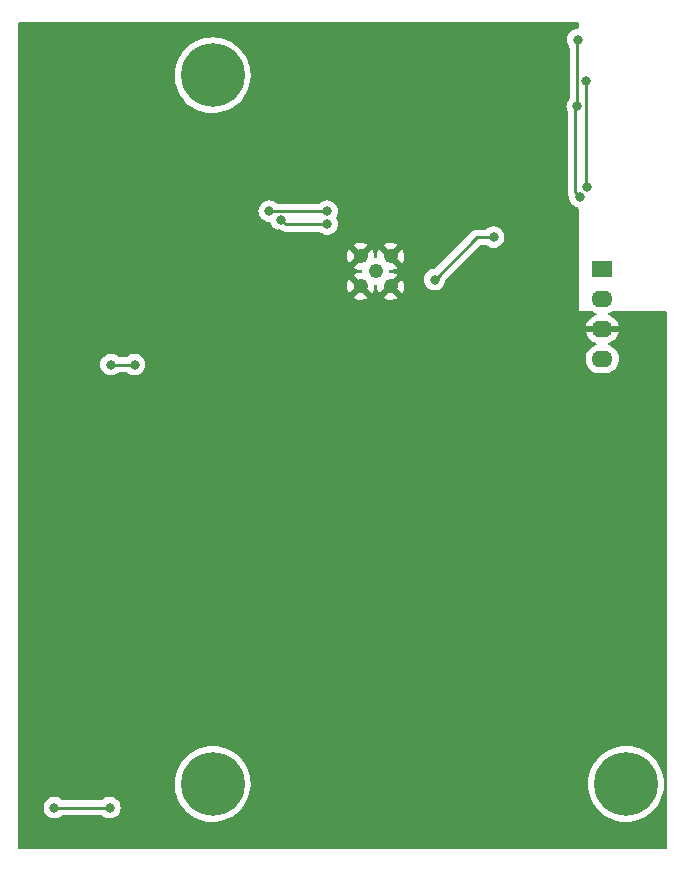
<source format=gbr>
%TF.GenerationSoftware,KiCad,Pcbnew,(6.0.4-0)*%
%TF.CreationDate,2022-09-09T16:16:13-06:00*%
%TF.ProjectId,i2c_mux,6932635f-6d75-4782-9e6b-696361645f70,rev?*%
%TF.SameCoordinates,Original*%
%TF.FileFunction,Copper,L2,Bot*%
%TF.FilePolarity,Positive*%
%FSLAX46Y46*%
G04 Gerber Fmt 4.6, Leading zero omitted, Abs format (unit mm)*
G04 Created by KiCad (PCBNEW (6.0.4-0)) date 2022-09-09 16:16:13*
%MOMM*%
%LPD*%
G01*
G04 APERTURE LIST*
%TA.AperFunction,ComponentPad*%
%ADD10C,5.400000*%
%TD*%
%TA.AperFunction,ComponentPad*%
%ADD11C,1.240000*%
%TD*%
%TA.AperFunction,ComponentPad*%
%ADD12R,1.800000X1.400000*%
%TD*%
%TA.AperFunction,ComponentPad*%
%ADD13O,1.800000X1.400000*%
%TD*%
%TA.AperFunction,ViaPad*%
%ADD14C,0.800000*%
%TD*%
%TA.AperFunction,Conductor*%
%ADD15C,0.250000*%
%TD*%
G04 APERTURE END LIST*
D10*
%TO.P,H3,1*%
%TO.N,N/C*%
X140000000Y-125000000D03*
%TD*%
D11*
%TO.P,J11,1,In*%
%TO.N,VCC*%
X118800000Y-81600000D03*
%TO.P,J11,2,Ext*%
%TO.N,GND*%
X117530000Y-80330000D03*
X120070000Y-82870000D03*
X120070000Y-80330000D03*
X117530000Y-82870000D03*
%TD*%
D12*
%TO.P,PS1,1,-Vin*%
%TO.N,GNDPWR*%
X138000000Y-81400000D03*
D13*
%TO.P,PS1,2,+Vin*%
%TO.N,Net-(L1-Pad1)*%
X138000000Y-83940000D03*
%TO.P,PS1,3,0V*%
%TO.N,GND*%
X138000000Y-86480000D03*
%TO.P,PS1,4,+Vout*%
%TO.N,Net-(C3-Pad1)*%
X138000000Y-89020000D03*
%TD*%
D10*
%TO.P,H1,1*%
%TO.N,N/C*%
X105000000Y-65000000D03*
%TD*%
%TO.P,H2,1*%
%TO.N,N/C*%
X105000000Y-125000000D03*
%TD*%
D14*
%TO.N,VCC*%
X128800000Y-78700000D03*
X123800000Y-82300000D03*
%TO.N,GND*%
X105600000Y-77800000D03*
X94700000Y-89300000D03*
X94500000Y-71400000D03*
X94700000Y-125000000D03*
X94700000Y-98200000D03*
X94700000Y-107100000D03*
X101262299Y-76637701D03*
X94700000Y-116100000D03*
X108500000Y-71300000D03*
X94500000Y-80300000D03*
X110600000Y-78400000D03*
X101200000Y-75800000D03*
X94500000Y-62500000D03*
%TO.N,Net-(J1-Pad3)*%
X96300000Y-127000000D03*
X91600000Y-127000000D03*
%TO.N,Net-(J2-Pad3)*%
X96400000Y-89500000D03*
X98400000Y-89500000D03*
%TO.N,GNDPWR*%
X135875000Y-67600000D03*
X136100000Y-75300000D03*
X135900000Y-62000000D03*
%TO.N,VD*%
X136600000Y-65500000D03*
X136700000Y-74500000D03*
%TO.N,/Sheet626DA5AD/sda*%
X109800000Y-76500000D03*
X114700000Y-76500000D03*
%TO.N,/Sheet626DA5AD/scl*%
X110800000Y-77224500D03*
X114700000Y-77600000D03*
%TD*%
D15*
%TO.N,VCC*%
X123800000Y-82300000D02*
X127400000Y-78700000D01*
X127400000Y-78700000D02*
X128800000Y-78700000D01*
%TO.N,GND*%
X94700000Y-98200000D02*
X94700000Y-107100000D01*
X94700000Y-125000000D02*
X94700000Y-116100000D01*
X94500000Y-71400000D02*
X94500000Y-80300000D01*
X94700000Y-107100000D02*
X94700000Y-116100000D01*
X94700000Y-89300000D02*
X94700000Y-98200000D01*
X94500000Y-80300000D02*
X94500000Y-89100000D01*
X94500000Y-62500000D02*
X94500000Y-71400000D01*
X94500000Y-89100000D02*
X94700000Y-89300000D01*
%TO.N,Net-(J1-Pad3)*%
X96300000Y-127000000D02*
X91600000Y-127000000D01*
%TO.N,Net-(J2-Pad3)*%
X98400000Y-89500000D02*
X96400000Y-89500000D01*
%TO.N,GNDPWR*%
X136100000Y-75300000D02*
X135700001Y-74900001D01*
X135700001Y-67774999D02*
X135875000Y-67600000D01*
X135875000Y-67600000D02*
X135875000Y-62025000D01*
X135875000Y-62025000D02*
X135900000Y-62000000D01*
X135700001Y-74900001D02*
X135700001Y-67774999D01*
%TO.N,VD*%
X136600000Y-65500000D02*
X136600000Y-74400000D01*
X136600000Y-74400000D02*
X136700000Y-74500000D01*
%TO.N,/Sheet626DA5AD/sda*%
X109800000Y-76500000D02*
X114700000Y-76500000D01*
%TO.N,/Sheet626DA5AD/scl*%
X111175500Y-77600000D02*
X114700000Y-77600000D01*
X110800000Y-77224500D02*
X111175500Y-77600000D01*
%TD*%
%TA.AperFunction,Conductor*%
%TO.N,GND*%
G36*
X135942121Y-60528502D02*
G01*
X135988614Y-60582158D01*
X136000000Y-60634500D01*
X136000000Y-60965500D01*
X135979998Y-61033621D01*
X135926342Y-61080114D01*
X135874000Y-61091500D01*
X135804513Y-61091500D01*
X135798061Y-61092872D01*
X135798056Y-61092872D01*
X135711112Y-61111353D01*
X135617712Y-61131206D01*
X135611682Y-61133891D01*
X135611681Y-61133891D01*
X135449278Y-61206197D01*
X135449276Y-61206198D01*
X135443248Y-61208882D01*
X135288747Y-61321134D01*
X135160960Y-61463056D01*
X135065473Y-61628444D01*
X135006458Y-61810072D01*
X135005768Y-61816633D01*
X135005768Y-61816635D01*
X135000017Y-61871350D01*
X134986496Y-62000000D01*
X135006458Y-62189928D01*
X135065473Y-62371556D01*
X135160960Y-62536944D01*
X135165378Y-62541851D01*
X135165379Y-62541852D01*
X135209136Y-62590449D01*
X135239854Y-62654456D01*
X135241500Y-62674759D01*
X135241500Y-66897476D01*
X135221498Y-66965597D01*
X135209142Y-66981779D01*
X135135960Y-67063056D01*
X135040473Y-67228444D01*
X134981458Y-67410072D01*
X134980768Y-67416633D01*
X134980768Y-67416635D01*
X134974300Y-67478173D01*
X134961496Y-67600000D01*
X134962186Y-67606565D01*
X134978139Y-67758345D01*
X134981458Y-67789928D01*
X135040473Y-67971556D01*
X135043776Y-67977278D01*
X135043777Y-67977279D01*
X135049620Y-67987399D01*
X135066501Y-68050399D01*
X135066501Y-74821234D01*
X135065974Y-74832417D01*
X135064299Y-74839910D01*
X135064548Y-74847836D01*
X135064548Y-74847837D01*
X135066439Y-74907987D01*
X135066501Y-74911946D01*
X135066501Y-74939857D01*
X135066998Y-74943791D01*
X135066998Y-74943792D01*
X135067006Y-74943857D01*
X135067939Y-74955694D01*
X135069328Y-74999890D01*
X135074979Y-75019340D01*
X135078988Y-75038701D01*
X135081527Y-75058798D01*
X135084446Y-75066169D01*
X135084446Y-75066171D01*
X135097805Y-75099913D01*
X135101650Y-75111143D01*
X135113983Y-75153594D01*
X135118016Y-75160413D01*
X135118018Y-75160418D01*
X135124294Y-75171029D01*
X135132989Y-75188777D01*
X135140449Y-75207618D01*
X135145112Y-75214036D01*
X135163123Y-75238827D01*
X135183114Y-75300355D01*
X135186496Y-75300000D01*
X135206458Y-75489928D01*
X135265473Y-75671556D01*
X135360960Y-75836944D01*
X135488747Y-75978866D01*
X135643248Y-76091118D01*
X135649276Y-76093802D01*
X135649278Y-76093803D01*
X135741200Y-76134729D01*
X135817712Y-76168794D01*
X135893157Y-76184831D01*
X135900197Y-76186327D01*
X135962671Y-76220056D01*
X135996992Y-76282205D01*
X136000000Y-76309574D01*
X136000000Y-85000000D01*
X137179195Y-85000000D01*
X137238618Y-85017094D01*
X137239378Y-85015603D01*
X137244383Y-85018153D01*
X137249135Y-85021134D01*
X137415741Y-85088109D01*
X137430338Y-85093977D01*
X137486082Y-85137944D01*
X137509207Y-85205069D01*
X137492370Y-85274040D01*
X137440917Y-85322960D01*
X137416588Y-85332418D01*
X137382636Y-85341706D01*
X137372161Y-85345601D01*
X137187659Y-85433604D01*
X137178030Y-85439299D01*
X137012037Y-85558577D01*
X137003572Y-85565884D01*
X136861316Y-85712680D01*
X136854286Y-85721362D01*
X136740275Y-85891028D01*
X136734883Y-85900837D01*
X136652725Y-86087999D01*
X136649159Y-86098594D01*
X136622800Y-86208385D01*
X136623505Y-86222470D01*
X136632384Y-86226000D01*
X139367702Y-86226000D01*
X139381233Y-86222027D01*
X139382304Y-86214579D01*
X139324622Y-86027085D01*
X139320401Y-86016740D01*
X139226643Y-85835088D01*
X139220658Y-85825657D01*
X139096215Y-85663480D01*
X139088648Y-85655251D01*
X138937461Y-85517681D01*
X138928550Y-85510918D01*
X138755396Y-85402299D01*
X138745426Y-85397218D01*
X138569634Y-85326550D01*
X138513890Y-85282583D01*
X138490765Y-85215458D01*
X138507602Y-85146487D01*
X138559055Y-85097567D01*
X138583383Y-85088109D01*
X138617535Y-85078766D01*
X138617536Y-85078766D01*
X138622952Y-85077284D01*
X138759247Y-85012274D01*
X138813492Y-85000000D01*
X143365500Y-85000000D01*
X143433621Y-85020002D01*
X143480114Y-85073658D01*
X143491500Y-85126000D01*
X143491500Y-130365500D01*
X143471498Y-130433621D01*
X143417842Y-130480114D01*
X143365500Y-130491500D01*
X88634500Y-130491500D01*
X88566379Y-130471498D01*
X88519886Y-130417842D01*
X88508500Y-130365500D01*
X88508500Y-127000000D01*
X90686496Y-127000000D01*
X90706458Y-127189928D01*
X90765473Y-127371556D01*
X90860960Y-127536944D01*
X90988747Y-127678866D01*
X91143248Y-127791118D01*
X91149276Y-127793802D01*
X91149278Y-127793803D01*
X91311681Y-127866109D01*
X91317712Y-127868794D01*
X91411112Y-127888647D01*
X91498056Y-127907128D01*
X91498061Y-127907128D01*
X91504513Y-127908500D01*
X91695487Y-127908500D01*
X91701939Y-127907128D01*
X91701944Y-127907128D01*
X91788888Y-127888647D01*
X91882288Y-127868794D01*
X91888319Y-127866109D01*
X92050722Y-127793803D01*
X92050724Y-127793802D01*
X92056752Y-127791118D01*
X92211253Y-127678866D01*
X92215668Y-127673963D01*
X92220580Y-127669540D01*
X92221705Y-127670789D01*
X92275014Y-127637949D01*
X92308200Y-127633500D01*
X95591800Y-127633500D01*
X95659921Y-127653502D01*
X95679147Y-127669843D01*
X95679420Y-127669540D01*
X95684332Y-127673963D01*
X95688747Y-127678866D01*
X95843248Y-127791118D01*
X95849276Y-127793802D01*
X95849278Y-127793803D01*
X96011681Y-127866109D01*
X96017712Y-127868794D01*
X96111112Y-127888647D01*
X96198056Y-127907128D01*
X96198061Y-127907128D01*
X96204513Y-127908500D01*
X96395487Y-127908500D01*
X96401939Y-127907128D01*
X96401944Y-127907128D01*
X96488888Y-127888647D01*
X96582288Y-127868794D01*
X96588319Y-127866109D01*
X96750722Y-127793803D01*
X96750724Y-127793802D01*
X96756752Y-127791118D01*
X96911253Y-127678866D01*
X97039040Y-127536944D01*
X97134527Y-127371556D01*
X97193542Y-127189928D01*
X97213504Y-127000000D01*
X97193542Y-126810072D01*
X97134527Y-126628444D01*
X97039040Y-126463056D01*
X96938190Y-126351050D01*
X96915675Y-126326045D01*
X96915674Y-126326044D01*
X96911253Y-126321134D01*
X96756752Y-126208882D01*
X96750724Y-126206198D01*
X96750722Y-126206197D01*
X96588319Y-126133891D01*
X96588318Y-126133891D01*
X96582288Y-126131206D01*
X96488887Y-126111353D01*
X96401944Y-126092872D01*
X96401939Y-126092872D01*
X96395487Y-126091500D01*
X96204513Y-126091500D01*
X96198061Y-126092872D01*
X96198056Y-126092872D01*
X96111113Y-126111353D01*
X96017712Y-126131206D01*
X96011682Y-126133891D01*
X96011681Y-126133891D01*
X95849278Y-126206197D01*
X95849276Y-126206198D01*
X95843248Y-126208882D01*
X95688747Y-126321134D01*
X95684332Y-126326037D01*
X95679420Y-126330460D01*
X95678295Y-126329211D01*
X95624986Y-126362051D01*
X95591800Y-126366500D01*
X92308200Y-126366500D01*
X92240079Y-126346498D01*
X92220853Y-126330157D01*
X92220580Y-126330460D01*
X92215668Y-126326037D01*
X92211253Y-126321134D01*
X92056752Y-126208882D01*
X92050724Y-126206198D01*
X92050722Y-126206197D01*
X91888319Y-126133891D01*
X91888318Y-126133891D01*
X91882288Y-126131206D01*
X91788887Y-126111353D01*
X91701944Y-126092872D01*
X91701939Y-126092872D01*
X91695487Y-126091500D01*
X91504513Y-126091500D01*
X91498061Y-126092872D01*
X91498056Y-126092872D01*
X91411113Y-126111353D01*
X91317712Y-126131206D01*
X91311682Y-126133891D01*
X91311681Y-126133891D01*
X91149278Y-126206197D01*
X91149276Y-126206198D01*
X91143248Y-126208882D01*
X90988747Y-126321134D01*
X90984326Y-126326044D01*
X90984325Y-126326045D01*
X90961811Y-126351050D01*
X90860960Y-126463056D01*
X90765473Y-126628444D01*
X90706458Y-126810072D01*
X90686496Y-127000000D01*
X88508500Y-127000000D01*
X88508500Y-124955132D01*
X101786757Y-124955132D01*
X101801781Y-125313588D01*
X101856668Y-125668136D01*
X101950734Y-126014356D01*
X102002211Y-126144372D01*
X102072196Y-126321134D01*
X102082806Y-126347933D01*
X102084461Y-126351045D01*
X102084463Y-126351050D01*
X102092678Y-126366500D01*
X102251239Y-126664709D01*
X102253224Y-126667607D01*
X102253230Y-126667618D01*
X102451942Y-126957829D01*
X102451947Y-126957835D01*
X102453933Y-126960736D01*
X102688361Y-127232324D01*
X102951602Y-127476087D01*
X103240375Y-127688989D01*
X103551080Y-127868375D01*
X103634389Y-127904772D01*
X103876622Y-128010601D01*
X103876632Y-128010605D01*
X103879844Y-128012008D01*
X103883201Y-128013047D01*
X103883206Y-128013049D01*
X104018744Y-128055005D01*
X104222570Y-128118100D01*
X104574987Y-128185327D01*
X104771571Y-128200453D01*
X104929203Y-128212582D01*
X104929204Y-128212582D01*
X104932700Y-128212851D01*
X105150001Y-128205263D01*
X105287738Y-128200453D01*
X105287743Y-128200453D01*
X105291253Y-128200330D01*
X105294734Y-128199816D01*
X105642683Y-128148436D01*
X105642689Y-128148435D01*
X105646175Y-128147920D01*
X105649579Y-128147021D01*
X105649582Y-128147020D01*
X105989652Y-128057169D01*
X105989653Y-128057169D01*
X105993043Y-128056273D01*
X106327534Y-127926533D01*
X106645478Y-127760316D01*
X106942913Y-127559693D01*
X107216131Y-127327167D01*
X107351170Y-127183365D01*
X107459316Y-127068202D01*
X107459320Y-127068197D01*
X107461727Y-127065634D01*
X107463832Y-127062820D01*
X107463838Y-127062813D01*
X107674530Y-126781174D01*
X107676639Y-126778355D01*
X107858189Y-126468910D01*
X107860796Y-126463056D01*
X108002683Y-126144372D01*
X108004115Y-126141156D01*
X108112596Y-125799179D01*
X108182282Y-125447241D01*
X108212303Y-125089728D01*
X108213556Y-125000000D01*
X108211048Y-124955132D01*
X136786757Y-124955132D01*
X136801781Y-125313588D01*
X136856668Y-125668136D01*
X136950734Y-126014356D01*
X137002211Y-126144372D01*
X137072196Y-126321134D01*
X137082806Y-126347933D01*
X137084461Y-126351045D01*
X137084463Y-126351050D01*
X137092678Y-126366500D01*
X137251239Y-126664709D01*
X137253224Y-126667607D01*
X137253230Y-126667618D01*
X137451942Y-126957829D01*
X137451947Y-126957835D01*
X137453933Y-126960736D01*
X137688361Y-127232324D01*
X137951602Y-127476087D01*
X138240375Y-127688989D01*
X138551080Y-127868375D01*
X138634389Y-127904772D01*
X138876622Y-128010601D01*
X138876632Y-128010605D01*
X138879844Y-128012008D01*
X138883201Y-128013047D01*
X138883206Y-128013049D01*
X139018744Y-128055005D01*
X139222570Y-128118100D01*
X139574987Y-128185327D01*
X139771571Y-128200453D01*
X139929203Y-128212582D01*
X139929204Y-128212582D01*
X139932700Y-128212851D01*
X140150001Y-128205263D01*
X140287738Y-128200453D01*
X140287743Y-128200453D01*
X140291253Y-128200330D01*
X140294734Y-128199816D01*
X140642683Y-128148436D01*
X140642689Y-128148435D01*
X140646175Y-128147920D01*
X140649579Y-128147021D01*
X140649582Y-128147020D01*
X140989652Y-128057169D01*
X140989653Y-128057169D01*
X140993043Y-128056273D01*
X141327534Y-127926533D01*
X141645478Y-127760316D01*
X141942913Y-127559693D01*
X142216131Y-127327167D01*
X142351170Y-127183365D01*
X142459316Y-127068202D01*
X142459320Y-127068197D01*
X142461727Y-127065634D01*
X142463832Y-127062820D01*
X142463838Y-127062813D01*
X142674530Y-126781174D01*
X142676639Y-126778355D01*
X142858189Y-126468910D01*
X142860796Y-126463056D01*
X143002683Y-126144372D01*
X143004115Y-126141156D01*
X143112596Y-125799179D01*
X143182282Y-125447241D01*
X143212303Y-125089728D01*
X143213556Y-125000000D01*
X143193529Y-124641788D01*
X143186589Y-124600757D01*
X143134286Y-124291522D01*
X143134285Y-124291518D01*
X143133697Y-124288041D01*
X143034806Y-123943169D01*
X142986662Y-123826362D01*
X142899427Y-123614713D01*
X142899423Y-123614705D01*
X142898089Y-123611468D01*
X142725250Y-123297075D01*
X142518443Y-123003907D01*
X142280245Y-122735619D01*
X142013626Y-122495554D01*
X142010776Y-122493513D01*
X142010769Y-122493508D01*
X141724763Y-122288748D01*
X141724760Y-122288746D01*
X141721909Y-122286705D01*
X141408730Y-122111675D01*
X141077992Y-121972646D01*
X141074623Y-121971655D01*
X141074619Y-121971653D01*
X140922754Y-121926957D01*
X140733818Y-121871350D01*
X140450904Y-121821464D01*
X140383958Y-121809660D01*
X140383956Y-121809660D01*
X140380498Y-121809050D01*
X140376987Y-121808829D01*
X140376986Y-121808829D01*
X140025953Y-121786743D01*
X140025947Y-121786743D01*
X140022435Y-121786522D01*
X139921046Y-121791481D01*
X139667599Y-121803876D01*
X139667591Y-121803877D01*
X139664092Y-121804048D01*
X139660624Y-121804610D01*
X139660621Y-121804610D01*
X139313411Y-121860846D01*
X139313408Y-121860847D01*
X139309936Y-121861409D01*
X139306549Y-121862355D01*
X139306543Y-121862356D01*
X139022406Y-121941689D01*
X138964381Y-121957890D01*
X138798057Y-122025089D01*
X138634998Y-122090969D01*
X138634994Y-122090971D01*
X138631734Y-122092288D01*
X138628647Y-122093957D01*
X138628643Y-122093959D01*
X138592699Y-122113394D01*
X138316142Y-122262928D01*
X138021537Y-122467683D01*
X137751593Y-122704002D01*
X137509672Y-122968938D01*
X137298792Y-123259190D01*
X137121580Y-123571140D01*
X136980245Y-123900899D01*
X136876549Y-124244358D01*
X136811784Y-124597235D01*
X136786757Y-124955132D01*
X108211048Y-124955132D01*
X108193529Y-124641788D01*
X108186589Y-124600757D01*
X108134286Y-124291522D01*
X108134285Y-124291518D01*
X108133697Y-124288041D01*
X108034806Y-123943169D01*
X107986662Y-123826362D01*
X107899427Y-123614713D01*
X107899423Y-123614705D01*
X107898089Y-123611468D01*
X107725250Y-123297075D01*
X107518443Y-123003907D01*
X107280245Y-122735619D01*
X107013626Y-122495554D01*
X107010776Y-122493513D01*
X107010769Y-122493508D01*
X106724763Y-122288748D01*
X106724760Y-122288746D01*
X106721909Y-122286705D01*
X106408730Y-122111675D01*
X106077992Y-121972646D01*
X106074623Y-121971655D01*
X106074619Y-121971653D01*
X105922754Y-121926957D01*
X105733818Y-121871350D01*
X105450904Y-121821464D01*
X105383958Y-121809660D01*
X105383956Y-121809660D01*
X105380498Y-121809050D01*
X105376987Y-121808829D01*
X105376986Y-121808829D01*
X105025953Y-121786743D01*
X105025947Y-121786743D01*
X105022435Y-121786522D01*
X104921046Y-121791481D01*
X104667599Y-121803876D01*
X104667591Y-121803877D01*
X104664092Y-121804048D01*
X104660624Y-121804610D01*
X104660621Y-121804610D01*
X104313411Y-121860846D01*
X104313408Y-121860847D01*
X104309936Y-121861409D01*
X104306549Y-121862355D01*
X104306543Y-121862356D01*
X104022406Y-121941689D01*
X103964381Y-121957890D01*
X103798057Y-122025089D01*
X103634998Y-122090969D01*
X103634994Y-122090971D01*
X103631734Y-122092288D01*
X103628647Y-122093957D01*
X103628643Y-122093959D01*
X103592699Y-122113394D01*
X103316142Y-122262928D01*
X103021537Y-122467683D01*
X102751593Y-122704002D01*
X102509672Y-122968938D01*
X102298792Y-123259190D01*
X102121580Y-123571140D01*
X101980245Y-123900899D01*
X101876549Y-124244358D01*
X101811784Y-124597235D01*
X101786757Y-124955132D01*
X88508500Y-124955132D01*
X88508500Y-89500000D01*
X95486496Y-89500000D01*
X95506458Y-89689928D01*
X95565473Y-89871556D01*
X95660960Y-90036944D01*
X95665378Y-90041851D01*
X95665379Y-90041852D01*
X95770649Y-90158766D01*
X95788747Y-90178866D01*
X95943248Y-90291118D01*
X95949276Y-90293802D01*
X95949278Y-90293803D01*
X96111681Y-90366109D01*
X96117712Y-90368794D01*
X96211113Y-90388647D01*
X96298056Y-90407128D01*
X96298061Y-90407128D01*
X96304513Y-90408500D01*
X96495487Y-90408500D01*
X96501939Y-90407128D01*
X96501944Y-90407128D01*
X96588887Y-90388647D01*
X96682288Y-90368794D01*
X96688319Y-90366109D01*
X96850722Y-90293803D01*
X96850724Y-90293802D01*
X96856752Y-90291118D01*
X96943083Y-90228395D01*
X96989671Y-90194546D01*
X97011253Y-90178866D01*
X97015668Y-90173963D01*
X97020580Y-90169540D01*
X97021705Y-90170789D01*
X97075014Y-90137949D01*
X97108200Y-90133500D01*
X97691800Y-90133500D01*
X97759921Y-90153502D01*
X97779147Y-90169843D01*
X97779420Y-90169540D01*
X97784332Y-90173963D01*
X97788747Y-90178866D01*
X97810329Y-90194546D01*
X97856918Y-90228395D01*
X97943248Y-90291118D01*
X97949276Y-90293802D01*
X97949278Y-90293803D01*
X98111681Y-90366109D01*
X98117712Y-90368794D01*
X98211113Y-90388647D01*
X98298056Y-90407128D01*
X98298061Y-90407128D01*
X98304513Y-90408500D01*
X98495487Y-90408500D01*
X98501939Y-90407128D01*
X98501944Y-90407128D01*
X98588887Y-90388647D01*
X98682288Y-90368794D01*
X98688319Y-90366109D01*
X98850722Y-90293803D01*
X98850724Y-90293802D01*
X98856752Y-90291118D01*
X99011253Y-90178866D01*
X99029351Y-90158766D01*
X99134621Y-90041852D01*
X99134622Y-90041851D01*
X99139040Y-90036944D01*
X99234527Y-89871556D01*
X99293542Y-89689928D01*
X99313504Y-89500000D01*
X99293542Y-89310072D01*
X99234527Y-89128444D01*
X99193921Y-89058113D01*
X136587214Y-89058113D01*
X136613130Y-89272277D01*
X136614777Y-89277631D01*
X136614778Y-89277635D01*
X136652905Y-89401566D01*
X136676563Y-89478466D01*
X136775505Y-89670164D01*
X136795488Y-89696206D01*
X136903415Y-89836860D01*
X136903419Y-89836864D01*
X136906831Y-89841311D01*
X136968384Y-89897320D01*
X137062242Y-89982724D01*
X137062245Y-89982726D01*
X137066389Y-89986497D01*
X137071141Y-89989478D01*
X137244379Y-90098151D01*
X137244383Y-90098153D01*
X137249135Y-90101134D01*
X137449293Y-90181597D01*
X137660537Y-90225344D01*
X137665148Y-90225610D01*
X137665149Y-90225610D01*
X137713452Y-90228395D01*
X137713456Y-90228395D01*
X137715275Y-90228500D01*
X138254735Y-90228500D01*
X138257522Y-90228251D01*
X138257528Y-90228251D01*
X138324240Y-90222297D01*
X138414872Y-90214208D01*
X138577044Y-90169843D01*
X138617536Y-90158766D01*
X138617540Y-90158765D01*
X138622952Y-90157284D01*
X138817663Y-90064411D01*
X138992851Y-89938526D01*
X139142977Y-89783608D01*
X139263297Y-89604553D01*
X139350008Y-89407020D01*
X139400368Y-89197255D01*
X139412786Y-88981887D01*
X139386870Y-88767723D01*
X139323437Y-88561534D01*
X139224495Y-88369836D01*
X139173208Y-88302997D01*
X139096585Y-88203140D01*
X139096581Y-88203136D01*
X139093169Y-88198689D01*
X138986331Y-88101474D01*
X138937758Y-88057276D01*
X138937755Y-88057274D01*
X138933611Y-88053503D01*
X138928859Y-88050522D01*
X138755621Y-87941849D01*
X138755617Y-87941847D01*
X138750865Y-87938866D01*
X138569662Y-87866023D01*
X138513918Y-87822056D01*
X138490793Y-87754931D01*
X138507630Y-87685960D01*
X138559083Y-87637040D01*
X138583412Y-87627582D01*
X138617364Y-87618294D01*
X138627839Y-87614399D01*
X138812341Y-87526396D01*
X138821970Y-87520701D01*
X138987963Y-87401423D01*
X138996428Y-87394116D01*
X139138684Y-87247320D01*
X139145714Y-87238638D01*
X139259725Y-87068972D01*
X139265117Y-87059163D01*
X139347275Y-86872001D01*
X139350841Y-86861406D01*
X139377200Y-86751615D01*
X139376495Y-86737530D01*
X139367616Y-86734000D01*
X136632298Y-86734000D01*
X136618767Y-86737973D01*
X136617696Y-86745421D01*
X136675378Y-86932915D01*
X136679599Y-86943260D01*
X136773357Y-87124912D01*
X136779342Y-87134343D01*
X136903785Y-87296520D01*
X136911352Y-87304749D01*
X137062539Y-87442319D01*
X137071450Y-87449082D01*
X137244604Y-87557701D01*
X137254574Y-87562782D01*
X137430366Y-87633450D01*
X137486110Y-87677417D01*
X137509235Y-87744542D01*
X137492398Y-87813513D01*
X137440945Y-87862433D01*
X137416617Y-87871891D01*
X137382465Y-87881234D01*
X137377048Y-87882716D01*
X137182337Y-87975589D01*
X137007149Y-88101474D01*
X136857023Y-88256392D01*
X136736703Y-88435447D01*
X136649992Y-88632980D01*
X136617643Y-88767723D01*
X136605753Y-88817251D01*
X136599632Y-88842745D01*
X136587214Y-89058113D01*
X99193921Y-89058113D01*
X99139040Y-88963056D01*
X99011253Y-88821134D01*
X98856752Y-88708882D01*
X98850724Y-88706198D01*
X98850722Y-88706197D01*
X98688319Y-88633891D01*
X98688318Y-88633891D01*
X98682288Y-88631206D01*
X98588887Y-88611353D01*
X98501944Y-88592872D01*
X98501939Y-88592872D01*
X98495487Y-88591500D01*
X98304513Y-88591500D01*
X98298061Y-88592872D01*
X98298056Y-88592872D01*
X98211113Y-88611353D01*
X98117712Y-88631206D01*
X98111682Y-88633891D01*
X98111681Y-88633891D01*
X97949278Y-88706197D01*
X97949276Y-88706198D01*
X97943248Y-88708882D01*
X97937907Y-88712762D01*
X97937906Y-88712763D01*
X97810329Y-88805454D01*
X97788747Y-88821134D01*
X97784332Y-88826037D01*
X97779420Y-88830460D01*
X97778295Y-88829211D01*
X97724986Y-88862051D01*
X97691800Y-88866500D01*
X97108200Y-88866500D01*
X97040079Y-88846498D01*
X97020853Y-88830157D01*
X97020580Y-88830460D01*
X97015668Y-88826037D01*
X97011253Y-88821134D01*
X96989671Y-88805454D01*
X96862094Y-88712763D01*
X96862093Y-88712762D01*
X96856752Y-88708882D01*
X96850724Y-88706198D01*
X96850722Y-88706197D01*
X96688319Y-88633891D01*
X96688318Y-88633891D01*
X96682288Y-88631206D01*
X96588887Y-88611353D01*
X96501944Y-88592872D01*
X96501939Y-88592872D01*
X96495487Y-88591500D01*
X96304513Y-88591500D01*
X96298061Y-88592872D01*
X96298056Y-88592872D01*
X96211113Y-88611353D01*
X96117712Y-88631206D01*
X96111682Y-88633891D01*
X96111681Y-88633891D01*
X95949278Y-88706197D01*
X95949276Y-88706198D01*
X95943248Y-88708882D01*
X95788747Y-88821134D01*
X95660960Y-88963056D01*
X95565473Y-89128444D01*
X95506458Y-89310072D01*
X95486496Y-89500000D01*
X88508500Y-89500000D01*
X88508500Y-83825714D01*
X116938647Y-83825714D01*
X116948529Y-83838203D01*
X116984652Y-83862340D01*
X116994767Y-83867832D01*
X117174629Y-83945107D01*
X117185572Y-83948662D01*
X117376499Y-83991865D01*
X117387909Y-83993367D01*
X117583520Y-84001052D01*
X117595002Y-84000450D01*
X117788740Y-83972360D01*
X117799923Y-83969676D01*
X117985296Y-83906750D01*
X117995799Y-83902074D01*
X118112727Y-83836592D01*
X118122590Y-83826515D01*
X118122281Y-83825714D01*
X119478647Y-83825714D01*
X119488529Y-83838203D01*
X119524652Y-83862340D01*
X119534767Y-83867832D01*
X119714629Y-83945107D01*
X119725572Y-83948662D01*
X119916499Y-83991865D01*
X119927909Y-83993367D01*
X120123520Y-84001052D01*
X120135002Y-84000450D01*
X120328740Y-83972360D01*
X120339923Y-83969676D01*
X120525296Y-83906750D01*
X120535799Y-83902074D01*
X120652727Y-83836592D01*
X120662590Y-83826515D01*
X120659635Y-83818845D01*
X120082812Y-83242022D01*
X120068868Y-83234408D01*
X120067035Y-83234539D01*
X120060420Y-83238790D01*
X119484843Y-83814367D01*
X119478647Y-83825714D01*
X118122281Y-83825714D01*
X118119635Y-83818845D01*
X117542812Y-83242022D01*
X117528868Y-83234408D01*
X117527035Y-83234539D01*
X117520420Y-83238790D01*
X116944843Y-83814367D01*
X116938647Y-83825714D01*
X88508500Y-83825714D01*
X88508500Y-82846112D01*
X116397934Y-82846112D01*
X116410737Y-83041446D01*
X116412537Y-83052815D01*
X116460725Y-83242552D01*
X116464563Y-83253390D01*
X116546522Y-83431174D01*
X116552271Y-83441131D01*
X116561438Y-83454102D01*
X116572027Y-83462490D01*
X116585328Y-83455462D01*
X117157978Y-82882812D01*
X117165592Y-82868868D01*
X117165461Y-82867035D01*
X117161210Y-82860420D01*
X116583734Y-82282944D01*
X116571354Y-82276184D01*
X116565388Y-82280650D01*
X116486093Y-82431365D01*
X116481685Y-82442008D01*
X116423635Y-82628956D01*
X116421245Y-82640200D01*
X116398235Y-82834611D01*
X116397934Y-82846112D01*
X88508500Y-82846112D01*
X88508500Y-81914083D01*
X116938195Y-81914083D01*
X116941682Y-81922472D01*
X118474929Y-83455719D01*
X118487309Y-83462479D01*
X118493889Y-83457553D01*
X118562074Y-83335799D01*
X118566750Y-83325296D01*
X118629676Y-83139923D01*
X118632360Y-83128740D01*
X118660746Y-82932962D01*
X118661376Y-82925579D01*
X118662735Y-82873704D01*
X118662371Y-82862599D01*
X118663314Y-82862568D01*
X118676202Y-82796945D01*
X118725377Y-82745736D01*
X118792940Y-82729174D01*
X118796360Y-82729308D01*
X118817263Y-82730130D01*
X118884545Y-82752792D01*
X118928895Y-82808232D01*
X118938044Y-82847792D01*
X118950737Y-83041446D01*
X118952537Y-83052815D01*
X119000725Y-83242552D01*
X119004563Y-83253390D01*
X119086522Y-83431174D01*
X119092271Y-83441131D01*
X119101438Y-83454102D01*
X119112027Y-83462490D01*
X119125328Y-83455462D01*
X119709658Y-82871132D01*
X120434408Y-82871132D01*
X120434539Y-82872965D01*
X120438790Y-82879580D01*
X121014929Y-83455719D01*
X121027309Y-83462479D01*
X121033889Y-83457553D01*
X121102074Y-83335799D01*
X121106750Y-83325296D01*
X121169676Y-83139923D01*
X121172360Y-83128740D01*
X121200746Y-82932962D01*
X121201376Y-82925579D01*
X121202735Y-82873704D01*
X121202492Y-82866305D01*
X121184392Y-82669315D01*
X121182294Y-82657994D01*
X121129160Y-82469594D01*
X121125035Y-82458847D01*
X121046699Y-82300000D01*
X122886496Y-82300000D01*
X122906458Y-82489928D01*
X122965473Y-82671556D01*
X123060960Y-82836944D01*
X123065378Y-82841851D01*
X123065379Y-82841852D01*
X123102260Y-82882812D01*
X123188747Y-82978866D01*
X123343248Y-83091118D01*
X123349276Y-83093802D01*
X123349278Y-83093803D01*
X123452866Y-83139923D01*
X123517712Y-83168794D01*
X123611113Y-83188647D01*
X123698056Y-83207128D01*
X123698061Y-83207128D01*
X123704513Y-83208500D01*
X123895487Y-83208500D01*
X123901939Y-83207128D01*
X123901944Y-83207128D01*
X123988887Y-83188647D01*
X124082288Y-83168794D01*
X124147134Y-83139923D01*
X124250722Y-83093803D01*
X124250724Y-83093802D01*
X124256752Y-83091118D01*
X124411253Y-82978866D01*
X124497740Y-82882812D01*
X124534621Y-82841852D01*
X124534622Y-82841851D01*
X124539040Y-82836944D01*
X124634527Y-82671556D01*
X124693542Y-82489928D01*
X124710907Y-82324706D01*
X124737920Y-82259050D01*
X124747122Y-82248782D01*
X127625500Y-79370405D01*
X127687812Y-79336379D01*
X127714595Y-79333500D01*
X128091800Y-79333500D01*
X128159921Y-79353502D01*
X128179147Y-79369843D01*
X128179420Y-79369540D01*
X128184332Y-79373963D01*
X128188747Y-79378866D01*
X128343248Y-79491118D01*
X128349276Y-79493802D01*
X128349278Y-79493803D01*
X128511681Y-79566109D01*
X128517712Y-79568794D01*
X128611112Y-79588647D01*
X128698056Y-79607128D01*
X128698061Y-79607128D01*
X128704513Y-79608500D01*
X128895487Y-79608500D01*
X128901939Y-79607128D01*
X128901944Y-79607128D01*
X128988888Y-79588647D01*
X129082288Y-79568794D01*
X129088319Y-79566109D01*
X129250722Y-79493803D01*
X129250724Y-79493802D01*
X129256752Y-79491118D01*
X129411253Y-79378866D01*
X129415675Y-79373955D01*
X129534621Y-79241852D01*
X129534622Y-79241851D01*
X129539040Y-79236944D01*
X129634527Y-79071556D01*
X129693542Y-78889928D01*
X129713504Y-78700000D01*
X129693542Y-78510072D01*
X129634527Y-78328444D01*
X129539040Y-78163056D01*
X129529770Y-78152760D01*
X129415675Y-78026045D01*
X129415674Y-78026044D01*
X129411253Y-78021134D01*
X129256752Y-77908882D01*
X129250724Y-77906198D01*
X129250722Y-77906197D01*
X129088319Y-77833891D01*
X129088318Y-77833891D01*
X129082288Y-77831206D01*
X128988888Y-77811353D01*
X128901944Y-77792872D01*
X128901939Y-77792872D01*
X128895487Y-77791500D01*
X128704513Y-77791500D01*
X128698061Y-77792872D01*
X128698056Y-77792872D01*
X128611112Y-77811353D01*
X128517712Y-77831206D01*
X128511682Y-77833891D01*
X128511681Y-77833891D01*
X128349278Y-77906197D01*
X128349276Y-77906198D01*
X128343248Y-77908882D01*
X128337907Y-77912762D01*
X128337906Y-77912763D01*
X128256985Y-77971556D01*
X128188747Y-78021134D01*
X128184332Y-78026037D01*
X128179420Y-78030460D01*
X128178295Y-78029211D01*
X128124986Y-78062051D01*
X128091800Y-78066500D01*
X127478767Y-78066500D01*
X127467584Y-78065973D01*
X127460091Y-78064298D01*
X127452165Y-78064547D01*
X127452164Y-78064547D01*
X127392001Y-78066438D01*
X127388043Y-78066500D01*
X127360144Y-78066500D01*
X127356154Y-78067004D01*
X127344320Y-78067936D01*
X127300111Y-78069326D01*
X127292497Y-78071538D01*
X127292492Y-78071539D01*
X127280659Y-78074977D01*
X127261296Y-78078988D01*
X127241203Y-78081526D01*
X127233836Y-78084443D01*
X127233831Y-78084444D01*
X127200092Y-78097802D01*
X127188865Y-78101646D01*
X127146407Y-78113982D01*
X127139581Y-78118019D01*
X127128972Y-78124293D01*
X127111224Y-78132988D01*
X127092383Y-78140448D01*
X127085967Y-78145110D01*
X127085966Y-78145110D01*
X127056613Y-78166436D01*
X127046693Y-78172952D01*
X127015465Y-78191420D01*
X127015462Y-78191422D01*
X127008638Y-78195458D01*
X126994317Y-78209779D01*
X126979284Y-78222619D01*
X126962893Y-78234528D01*
X126957842Y-78240634D01*
X126934702Y-78268605D01*
X126926712Y-78277384D01*
X123849500Y-81354595D01*
X123787188Y-81388621D01*
X123760405Y-81391500D01*
X123704513Y-81391500D01*
X123698061Y-81392872D01*
X123698056Y-81392872D01*
X123611113Y-81411353D01*
X123517712Y-81431206D01*
X123511682Y-81433891D01*
X123511681Y-81433891D01*
X123349278Y-81506197D01*
X123349276Y-81506198D01*
X123343248Y-81508882D01*
X123337907Y-81512762D01*
X123337906Y-81512763D01*
X123287843Y-81549136D01*
X123188747Y-81621134D01*
X123184326Y-81626044D01*
X123184325Y-81626045D01*
X123138414Y-81677035D01*
X123060960Y-81763056D01*
X123013346Y-81845525D01*
X122978678Y-81905573D01*
X122965473Y-81928444D01*
X122906458Y-82110072D01*
X122905768Y-82116633D01*
X122905768Y-82116635D01*
X122891879Y-82248782D01*
X122886496Y-82300000D01*
X121046699Y-82300000D01*
X121038455Y-82283282D01*
X121037767Y-82282160D01*
X121029156Y-82275699D01*
X121016741Y-82282469D01*
X120442022Y-82857188D01*
X120434408Y-82871132D01*
X119709658Y-82871132D01*
X120654781Y-81926009D01*
X120661541Y-81913629D01*
X120655511Y-81905573D01*
X120589181Y-81863722D01*
X120578930Y-81858498D01*
X120397106Y-81785958D01*
X120386079Y-81782691D01*
X120194081Y-81744501D01*
X120182634Y-81743298D01*
X120057319Y-81741658D01*
X119989466Y-81720766D01*
X119943679Y-81666507D01*
X119933011Y-81612370D01*
X119933238Y-81603703D01*
X119933335Y-81600000D01*
X119932978Y-81596111D01*
X119932988Y-81596063D01*
X119932874Y-81592599D01*
X119933673Y-81592573D01*
X119946669Y-81526447D01*
X119995849Y-81475244D01*
X120063397Y-81458690D01*
X120123520Y-81461052D01*
X120135002Y-81460450D01*
X120328740Y-81432360D01*
X120339923Y-81429676D01*
X120525296Y-81366750D01*
X120535799Y-81362074D01*
X120652727Y-81296592D01*
X120662590Y-81286515D01*
X120659635Y-81278845D01*
X119711922Y-80331132D01*
X120434408Y-80331132D01*
X120434539Y-80332965D01*
X120438790Y-80339580D01*
X121014929Y-80915719D01*
X121027309Y-80922479D01*
X121033889Y-80917553D01*
X121102074Y-80795799D01*
X121106750Y-80785296D01*
X121169676Y-80599923D01*
X121172360Y-80588740D01*
X121200746Y-80392962D01*
X121201376Y-80385579D01*
X121202735Y-80333704D01*
X121202492Y-80326305D01*
X121184392Y-80129315D01*
X121182294Y-80117994D01*
X121129160Y-79929594D01*
X121125035Y-79918847D01*
X121038455Y-79743282D01*
X121037767Y-79742160D01*
X121029156Y-79735699D01*
X121016741Y-79742469D01*
X120442022Y-80317188D01*
X120434408Y-80331132D01*
X119711922Y-80331132D01*
X119123734Y-79742944D01*
X119111354Y-79736184D01*
X119105388Y-79740650D01*
X119026093Y-79891365D01*
X119021685Y-79902008D01*
X118963635Y-80088956D01*
X118961245Y-80100200D01*
X118938235Y-80294611D01*
X118937934Y-80306113D01*
X118939975Y-80337259D01*
X118924471Y-80406542D01*
X118873970Y-80456444D01*
X118812597Y-80471488D01*
X118811593Y-80471475D01*
X118786829Y-80471151D01*
X118718977Y-80450260D01*
X118673190Y-80396001D01*
X118662521Y-80341860D01*
X118662735Y-80333701D01*
X118662492Y-80326305D01*
X118644392Y-80129315D01*
X118642294Y-80117994D01*
X118589160Y-79929594D01*
X118585035Y-79918847D01*
X118498455Y-79743282D01*
X118497767Y-79742160D01*
X118489156Y-79735699D01*
X118476741Y-79742469D01*
X116944843Y-81274367D01*
X116938647Y-81285714D01*
X116948529Y-81298203D01*
X116984652Y-81322340D01*
X116994767Y-81327832D01*
X117174629Y-81405107D01*
X117185572Y-81408662D01*
X117376499Y-81451865D01*
X117387909Y-81453367D01*
X117546725Y-81459607D01*
X117614008Y-81482268D01*
X117658358Y-81537708D01*
X117667507Y-81577267D01*
X117669241Y-81603703D01*
X117669506Y-81607752D01*
X117654002Y-81677035D01*
X117603502Y-81726938D01*
X117542127Y-81741982D01*
X117446902Y-81740736D01*
X117435421Y-81741639D01*
X117242499Y-81774789D01*
X117231379Y-81777769D01*
X117047718Y-81845525D01*
X117037344Y-81850473D01*
X116947793Y-81903750D01*
X116938195Y-81914083D01*
X88508500Y-81914083D01*
X88508500Y-80306112D01*
X116397934Y-80306112D01*
X116410737Y-80501446D01*
X116412537Y-80512815D01*
X116460725Y-80702552D01*
X116464563Y-80713390D01*
X116546522Y-80891174D01*
X116552271Y-80901131D01*
X116561438Y-80914102D01*
X116572027Y-80922490D01*
X116585328Y-80915462D01*
X117157978Y-80342812D01*
X117165592Y-80328868D01*
X117165461Y-80327035D01*
X117161210Y-80320420D01*
X116583734Y-79742944D01*
X116571354Y-79736184D01*
X116565388Y-79740650D01*
X116486093Y-79891365D01*
X116481685Y-79902008D01*
X116423635Y-80088956D01*
X116421245Y-80100200D01*
X116398235Y-80294611D01*
X116397934Y-80306112D01*
X88508500Y-80306112D01*
X88508500Y-79374083D01*
X116938195Y-79374083D01*
X116941682Y-79382472D01*
X117517188Y-79957978D01*
X117531132Y-79965592D01*
X117532965Y-79965461D01*
X117539580Y-79961210D01*
X118114781Y-79386009D01*
X118121293Y-79374083D01*
X119478195Y-79374083D01*
X119481682Y-79382472D01*
X120057188Y-79957978D01*
X120071132Y-79965592D01*
X120072965Y-79965461D01*
X120079580Y-79961210D01*
X120654781Y-79386009D01*
X120661541Y-79373629D01*
X120655511Y-79365573D01*
X120589181Y-79323722D01*
X120578930Y-79318498D01*
X120397106Y-79245958D01*
X120386079Y-79242691D01*
X120194081Y-79204501D01*
X120182634Y-79203298D01*
X119986901Y-79200736D01*
X119975421Y-79201639D01*
X119782499Y-79234789D01*
X119771379Y-79237769D01*
X119587718Y-79305525D01*
X119577344Y-79310473D01*
X119487793Y-79363750D01*
X119478195Y-79374083D01*
X118121293Y-79374083D01*
X118121541Y-79373629D01*
X118115511Y-79365573D01*
X118049181Y-79323722D01*
X118038930Y-79318498D01*
X117857106Y-79245958D01*
X117846079Y-79242691D01*
X117654081Y-79204501D01*
X117642634Y-79203298D01*
X117446901Y-79200736D01*
X117435421Y-79201639D01*
X117242499Y-79234789D01*
X117231379Y-79237769D01*
X117047718Y-79305525D01*
X117037344Y-79310473D01*
X116947793Y-79363750D01*
X116938195Y-79374083D01*
X88508500Y-79374083D01*
X88508500Y-76500000D01*
X108886496Y-76500000D01*
X108906458Y-76689928D01*
X108965473Y-76871556D01*
X109060960Y-77036944D01*
X109065378Y-77041851D01*
X109065379Y-77041852D01*
X109084471Y-77063056D01*
X109188747Y-77178866D01*
X109343248Y-77291118D01*
X109349276Y-77293802D01*
X109349278Y-77293803D01*
X109511681Y-77366109D01*
X109517712Y-77368794D01*
X109611113Y-77388647D01*
X109698056Y-77407128D01*
X109698061Y-77407128D01*
X109704513Y-77408500D01*
X109812988Y-77408500D01*
X109881109Y-77428502D01*
X109927602Y-77482158D01*
X109932820Y-77495562D01*
X109965473Y-77596056D01*
X110060960Y-77761444D01*
X110065378Y-77766351D01*
X110065379Y-77766352D01*
X110123774Y-77831206D01*
X110188747Y-77903366D01*
X110343248Y-78015618D01*
X110349276Y-78018302D01*
X110349278Y-78018303D01*
X110497834Y-78084444D01*
X110517712Y-78093294D01*
X110604634Y-78111770D01*
X110698056Y-78131628D01*
X110698061Y-78131628D01*
X110704513Y-78133000D01*
X110789850Y-78133000D01*
X110850393Y-78149562D01*
X110850459Y-78149613D01*
X110891043Y-78167176D01*
X110901673Y-78172383D01*
X110940440Y-78193695D01*
X110948117Y-78195666D01*
X110948122Y-78195668D01*
X110960058Y-78198732D01*
X110978766Y-78205137D01*
X110997355Y-78213181D01*
X111005183Y-78214421D01*
X111005190Y-78214423D01*
X111041024Y-78220099D01*
X111052644Y-78222505D01*
X111087789Y-78231528D01*
X111095470Y-78233500D01*
X111115724Y-78233500D01*
X111135434Y-78235051D01*
X111155443Y-78238220D01*
X111163335Y-78237474D01*
X111199461Y-78234059D01*
X111211319Y-78233500D01*
X113991800Y-78233500D01*
X114059921Y-78253502D01*
X114079147Y-78269843D01*
X114079420Y-78269540D01*
X114084332Y-78273963D01*
X114088747Y-78278866D01*
X114110329Y-78294546D01*
X114165636Y-78334729D01*
X114243248Y-78391118D01*
X114249276Y-78393802D01*
X114249278Y-78393803D01*
X114411681Y-78466109D01*
X114417712Y-78468794D01*
X114511112Y-78488647D01*
X114598056Y-78507128D01*
X114598061Y-78507128D01*
X114604513Y-78508500D01*
X114795487Y-78508500D01*
X114801939Y-78507128D01*
X114801944Y-78507128D01*
X114888888Y-78488647D01*
X114982288Y-78468794D01*
X114988319Y-78466109D01*
X115150722Y-78393803D01*
X115150724Y-78393802D01*
X115156752Y-78391118D01*
X115311253Y-78278866D01*
X115347851Y-78238220D01*
X115434621Y-78141852D01*
X115434622Y-78141851D01*
X115439040Y-78136944D01*
X115509088Y-78015618D01*
X115531223Y-77977279D01*
X115531224Y-77977278D01*
X115534527Y-77971556D01*
X115593542Y-77789928D01*
X115613504Y-77600000D01*
X115612429Y-77589771D01*
X115594232Y-77416635D01*
X115594232Y-77416633D01*
X115593542Y-77410072D01*
X115534527Y-77228444D01*
X115467875Y-77112999D01*
X115451137Y-77044005D01*
X115467875Y-76987000D01*
X115531223Y-76877279D01*
X115531224Y-76877278D01*
X115534527Y-76871556D01*
X115593542Y-76689928D01*
X115613504Y-76500000D01*
X115593542Y-76310072D01*
X115534527Y-76128444D01*
X115439040Y-75963056D01*
X115311253Y-75821134D01*
X115156752Y-75708882D01*
X115150724Y-75706198D01*
X115150722Y-75706197D01*
X114988319Y-75633891D01*
X114988318Y-75633891D01*
X114982288Y-75631206D01*
X114888888Y-75611353D01*
X114801944Y-75592872D01*
X114801939Y-75592872D01*
X114795487Y-75591500D01*
X114604513Y-75591500D01*
X114598061Y-75592872D01*
X114598056Y-75592872D01*
X114511112Y-75611353D01*
X114417712Y-75631206D01*
X114411682Y-75633891D01*
X114411681Y-75633891D01*
X114249278Y-75706197D01*
X114249276Y-75706198D01*
X114243248Y-75708882D01*
X114088747Y-75821134D01*
X114084332Y-75826037D01*
X114079420Y-75830460D01*
X114078295Y-75829211D01*
X114024986Y-75862051D01*
X113991800Y-75866500D01*
X110508200Y-75866500D01*
X110440079Y-75846498D01*
X110420853Y-75830157D01*
X110420580Y-75830460D01*
X110415668Y-75826037D01*
X110411253Y-75821134D01*
X110256752Y-75708882D01*
X110250724Y-75706198D01*
X110250722Y-75706197D01*
X110088319Y-75633891D01*
X110088318Y-75633891D01*
X110082288Y-75631206D01*
X109988888Y-75611353D01*
X109901944Y-75592872D01*
X109901939Y-75592872D01*
X109895487Y-75591500D01*
X109704513Y-75591500D01*
X109698061Y-75592872D01*
X109698056Y-75592872D01*
X109611112Y-75611353D01*
X109517712Y-75631206D01*
X109511682Y-75633891D01*
X109511681Y-75633891D01*
X109349278Y-75706197D01*
X109349276Y-75706198D01*
X109343248Y-75708882D01*
X109188747Y-75821134D01*
X109060960Y-75963056D01*
X108965473Y-76128444D01*
X108906458Y-76310072D01*
X108886496Y-76500000D01*
X88508500Y-76500000D01*
X88508500Y-64955132D01*
X101786757Y-64955132D01*
X101801781Y-65313588D01*
X101856668Y-65668136D01*
X101950734Y-66014356D01*
X102082806Y-66347933D01*
X102251239Y-66664709D01*
X102253224Y-66667607D01*
X102253230Y-66667618D01*
X102451942Y-66957829D01*
X102451947Y-66957835D01*
X102453933Y-66960736D01*
X102688361Y-67232324D01*
X102951602Y-67476087D01*
X103240375Y-67688989D01*
X103551080Y-67868375D01*
X103554301Y-67869782D01*
X103876622Y-68010601D01*
X103876632Y-68010605D01*
X103879844Y-68012008D01*
X103883201Y-68013047D01*
X103883206Y-68013049D01*
X104018744Y-68055005D01*
X104222570Y-68118100D01*
X104574987Y-68185327D01*
X104771571Y-68200453D01*
X104929203Y-68212582D01*
X104929204Y-68212582D01*
X104932700Y-68212851D01*
X105150001Y-68205263D01*
X105287738Y-68200453D01*
X105287743Y-68200453D01*
X105291253Y-68200330D01*
X105294734Y-68199816D01*
X105642683Y-68148436D01*
X105642689Y-68148435D01*
X105646175Y-68147920D01*
X105649579Y-68147021D01*
X105649582Y-68147020D01*
X105989652Y-68057169D01*
X105989653Y-68057169D01*
X105993043Y-68056273D01*
X106327534Y-67926533D01*
X106645478Y-67760316D01*
X106942913Y-67559693D01*
X107216131Y-67327167D01*
X107308838Y-67228444D01*
X107459316Y-67068202D01*
X107459320Y-67068197D01*
X107461727Y-67065634D01*
X107463832Y-67062820D01*
X107463838Y-67062813D01*
X107674530Y-66781174D01*
X107676639Y-66778355D01*
X107858189Y-66468910D01*
X108004115Y-66141156D01*
X108112596Y-65799179D01*
X108182282Y-65447241D01*
X108212303Y-65089728D01*
X108213556Y-65000000D01*
X108193529Y-64641788D01*
X108186589Y-64600757D01*
X108134286Y-64291522D01*
X108134285Y-64291518D01*
X108133697Y-64288041D01*
X108034806Y-63943169D01*
X107986662Y-63826362D01*
X107899427Y-63614713D01*
X107899423Y-63614705D01*
X107898089Y-63611468D01*
X107725250Y-63297075D01*
X107518443Y-63003907D01*
X107280245Y-62735619D01*
X107013626Y-62495554D01*
X107010776Y-62493513D01*
X107010769Y-62493508D01*
X106724763Y-62288748D01*
X106724760Y-62288746D01*
X106721909Y-62286705D01*
X106408730Y-62111675D01*
X106077992Y-61972646D01*
X106074623Y-61971655D01*
X106074619Y-61971653D01*
X105922754Y-61926957D01*
X105733818Y-61871350D01*
X105423515Y-61816635D01*
X105383958Y-61809660D01*
X105383956Y-61809660D01*
X105380498Y-61809050D01*
X105376987Y-61808829D01*
X105376986Y-61808829D01*
X105025953Y-61786743D01*
X105025947Y-61786743D01*
X105022435Y-61786522D01*
X104921046Y-61791481D01*
X104667599Y-61803876D01*
X104667591Y-61803877D01*
X104664092Y-61804048D01*
X104660624Y-61804610D01*
X104660621Y-61804610D01*
X104313411Y-61860846D01*
X104313408Y-61860847D01*
X104309936Y-61861409D01*
X104306549Y-61862355D01*
X104306543Y-61862356D01*
X104022406Y-61941689D01*
X103964381Y-61957890D01*
X103876404Y-61993435D01*
X103634998Y-62090969D01*
X103634994Y-62090971D01*
X103631734Y-62092288D01*
X103628647Y-62093957D01*
X103628643Y-62093959D01*
X103592699Y-62113394D01*
X103316142Y-62262928D01*
X103021537Y-62467683D01*
X103018895Y-62469996D01*
X103018891Y-62469999D01*
X102881303Y-62590449D01*
X102751593Y-62704002D01*
X102509672Y-62968938D01*
X102298792Y-63259190D01*
X102121580Y-63571140D01*
X101980245Y-63900899D01*
X101876549Y-64244358D01*
X101811784Y-64597235D01*
X101786757Y-64955132D01*
X88508500Y-64955132D01*
X88508500Y-60634500D01*
X88528502Y-60566379D01*
X88582158Y-60519886D01*
X88634500Y-60508500D01*
X135874000Y-60508500D01*
X135942121Y-60528502D01*
G37*
%TD.AperFunction*%
%TD*%
M02*

</source>
